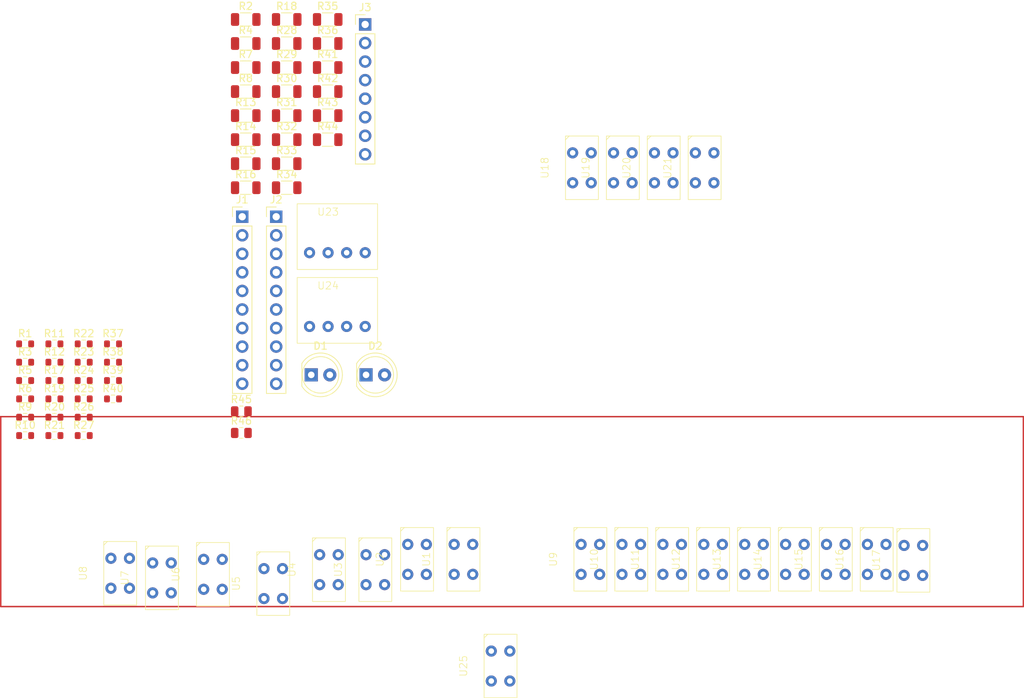
<source format=kicad_pcb>
(kicad_pcb (version 20221018) (generator pcbnew)
  (layers (0 "F.Cu" signal) (31 "B.Cu" signal) (34 "B.Paste" user) (35 "F.Paste" user) (36 "B.SilkS" user "B.Silkscreen") (37 "F.SilkS" user "F.Silkscreen") (38 "B.Mask" user) (39 "F.Mask" user) (44 "Edge.Cuts" user))
  (net 0 "")
  (net 1 "GND")
  (net 2 "Net-(D1-A)")
  (net 3 "Net-(D2-A)")
  (net 4 "photo_L_1")
  (net 5 "photo_L_2")
  (net 6 "photo_L_3")
  (net 7 "photo_L_4")
  (net 8 "photo_L_5")
  (net 9 "photo_L_6")
  (net 10 "photo_L_7")
  (net 11 "photo_L_8")
  (net 12 "photo_L_9")
  (net 13 "photo_LL")
  (net 14 "photo_R_1")
  (net 15 "photo_R_2")
  (net 16 "photo_R_3")
  (net 17 "photo_R_4")
  (net 18 "photo_R_5")
  (net 19 "photo_R_6")
  (net 20 "photo_R_7")
  (net 21 "photo_R_8")
  (net 22 "photo_R_9")
  (net 23 "photo_RR")
  (net 24 "I2C2_SDA")
  (net 25 "I2C2_SCL")
  (net 26 "+3V3")
  (net 27 "photo_center")
  (net 28 "photo_front")
  (net 29 "I2C1_SDA")
  (net 30 "I2C1_SCL")
  (net 31 "Net-(U25-Cathode)")
  (net 32 "Net-(U1-Cathode)")
  (net 33 "Net-(U2-Cathode)")
  (net 34 "Net-(U3-Cathode)")
  (net 35 "Net-(U4-Cathode)")
  (net 36 "Net-(U5-Cathode)")
  (net 37 "Net-(U6-Cathode)")
  (net 38 "Net-(U7-Cathode)")
  (net 39 "Net-(U8-Cathode)")
  (net 40 "Net-(U9-Cathode)")
  (net 41 "Net-(U10-Cathode)")
  (net 42 "Net-(U11-Cathode)")
  (net 43 "Net-(U12-Cathode)")
  (net 44 "Net-(U13-Cathode)")
  (net 45 "Net-(U14-Cathode)")
  (net 46 "Net-(U15-Cathode)")
  (net 47 "Net-(U16-Cathode)")
  (net 48 "Net-(U17-Cathode)")
  (net 49 "Net-(U18-Cathode)")
  (net 50 "Net-(U19-Cathode)")
  (net 51 "Net-(U20-Cathode)")
  (net 52 "Net-(U21-Cathode)")
  (footprint "Akiduki:LBR127HLD" (layer "F.Cu") (at 149.92 106.535 90)
    (fp_text reference "U16" (at 0 -5.08 90 unlocked) (layer "F.SilkS") (effects (font (thickness 0.1))))
    (fp_text value "~")
    (pad "1" thru_hole circle (at 2.05 -1.27 90) (size 1.524 1.524) (drill 0.762) (layers "*.Cu" "*.Mask") (net 26 "+3V3"))
    (pad "2" thru_hole circle (at 2.05 1.27 90) (size 1.524 1.524) (drill 0.762) (layers "*.Cu" "*.Mask") (net 47 "Net-(U16-Cathode)"))
    (pad "3" thru_hole circle (at -2.05 -1.27 90) (size 1.524 1.524) (drill 0.762) (layers "*.Cu" "*.Mask") (net 1 "GND"))
    (pad "4" thru_hole circle (at -2.05 1.27 90) (size 1.524 1.524) (drill 0.762) (layers "*.Cu" "*.Mask") (net 21 "photo_R_8"))
  )
  (footprint "Resistor_SMD:R_1206_3216Metric" (layer "F.Cu") (at 63.54 45.79)
    (fp_text reference "R13" (at 0 -1.82) (layer "F.SilkS"))
    (fp_text value "1k")
    (pad "1" smd roundrect (at -1.4625 0) (size 1.125 1.75) (layers "F.Cu" "F.Paste" "F.Mask") (roundrect_rratio 0.222222) (net 26 "+3V3"))
    (pad "2" smd roundrect (at 1.4625 0) (size 1.125 1.75) (layers "F.Cu" "F.Paste" "F.Mask") (roundrect_rratio 0.222222) (net 8 "photo_L_5"))
  )
  (footprint "Resistor_SMD:R_0603_1608Metric" (layer "F.Cu") (at 41.36 77.04)
    (fp_text reference "R22" (at 0 -1.43) (layer "F.SilkS"))
    (fp_text value "105")
    (pad "1" smd roundrect (at -0.825 0) (size 0.8 0.95) (layers "F.Cu" "F.Paste" "F.Mask") (net 43 "Net-(U12-Cathode)"))
    (pad "2" smd roundrect (at 0.825 0) (size 0.8 0.95) (layers "F.Cu" "F.Paste" "F.Mask") (net 1 "GND"))
  )
  (footprint "Akiduki:LBR127HLD" (layer "F.Cu") (at 154.94 106.68 90)
    (fp_text reference "U17" (at 0 -5.08 90 unlocked) (layer "F.SilkS") (effects (font (thickness 0.1))))
    (fp_text value "~")
    (pad "1" thru_hole circle (at 2.05 -1.27 90) (size 1.524 1.524) (drill 0.762) (layers "*.Cu" "*.Mask") (net 26 "+3V3"))
    (pad "2" thru_hole circle (at 2.05 1.27 90) (size 1.524 1.524) (drill 0.762) (layers "*.Cu" "*.Mask") (net 48 "Net-(U17-Cathode)"))
    (pad "3" thru_hole circle (at -2.05 -1.27 90) (size 1.524 1.524) (drill 0.762) (layers "*.Cu" "*.Mask") (net 1 "GND"))
    (pad "4" thru_hole circle (at -2.05 1.27 90) (size 1.524 1.524) (drill 0.762) (layers "*.Cu" "*.Mask") (net 22 "photo_R_9"))
  )
  (footprint "LED_THT:LED_D5.0mm" (layer "F.Cu") (at 80.01 81.28)
    (fp_text reference "D2" (at 1.27 -3.96) (layer "F.SilkS"))
    (fp_text value "LED")
    (pad "1" thru_hole rect (at 0 0) (size 1.8 1.8) (drill 0.9) (layers "*.Cu" "*.Mask") (net 1 "GND"))
    (pad "2" thru_hole circle (at 2.54 0) (size 1.8 1.8) (drill 0.9) (layers "*.Cu" "*.Mask") (net 3 "Net-(D2-A)"))
  )
  (footprint "Resistor_SMD:R_0805_2012Metric" (layer "F.Cu") (at 62.94 86.28)
    (fp_text reference "R45" (at 0 -1.65) (layer "F.SilkS"))
    (fp_text value "100")
    (pad "1" smd roundrect (at -0.9125 0) (size 1.025 1.4) (layers "F.Cu" "F.Paste" "F.Mask") (roundrect_rratio 0.243902) (net 26 "+3V3"))
    (pad "2" smd roundrect (at 0.9125 0) (size 1.025 1.4) (layers "F.Cu" "F.Paste" "F.Mask") (roundrect_rratio 0.243902) (net 2 "Net-(D1-A)"))
  )
  (footprint "Connector_PinHeader_2.54mm:PinHeader_1x10_P2.54mm_Vertical" (layer "F.Cu") (at 67.71 59.63)
    (fp_text reference "J2" (at 0 -2.33) (layer "F.SilkS"))
    (fp_text value "Conn_01x10")
    (pad "1" thru_hole rect (at 0 0) (size 1.7 1.7) (drill 1) (layers "*.Cu" "*.Mask") (net 14 "photo_R_1"))
    (pad "2" thru_hole oval (at 0 2.54) (size 1.7 1.7) (drill 1) (layers "*.Cu" "*.Mask") (net 15 "photo_R_2"))
    (pad "3" thru_hole oval (at 0 5.08) (size 1.7 1.7) (drill 1) (layers "*.Cu" "*.Mask") (net 16 "photo_R_3"))
    (pad "4" thru_hole oval (at 0 7.62) (size 1.7 1.7) (drill 1) (layers "*.Cu" "*.Mask") (net 17 "photo_R_4"))
    (pad "5" thru_hole oval (at 0 10.16) (size 1.7 1.7) (drill 1) (layers "*.Cu" "*.Mask") (net 18 "photo_R_5"))
    (pad "6" thru_hole oval (at 0 12.7) (size 1.7 1.7) (drill 1) (layers "*.Cu" "*.Mask") (net 19 "photo_R_6"))
    (pad "7" thru_hole oval (at 0 15.24) (size 1.7 1.7) (drill 1) (layers "*.Cu" "*.Mask") (net 20 "photo_R_7"))
    (pad "8" thru_hole oval (at 0 17.78) (size 1.7 1.7) (drill 1) (layers "*.Cu" "*.Mask") (net 21 "photo_R_8"))
    (pad "9" thru_hole oval (at 0 20.32) (size 1.7 1.7) (drill 1) (layers "*.Cu" "*.Mask") (net 22 "photo_R_9"))
    (pad "10" thru_hole oval (at 0 22.86) (size 1.7 1.7) (drill 1) (layers "*.Cu" "*.Mask") (net 23 "photo_RR"))
  )
  (footprint "Akiduki:LBR127HLD" (layer "F.Cu") (at 93.345 106.535 90)
    (fp_text reference "U1" (at 0 -5.08 90 unlocked) (layer "F.SilkS") (effects (font (thickness 0.1))))
    (fp_text value "~")
    (pad "1" thru_hole circle (at 2.05 -1.27 90) (size 1.524 1.524) (drill 0.762) (layers "*.Cu" "*.Mask") (net 26 "+3V3"))
    (pad "2" thru_hole circle (at 2.05 1.27 90) (size 1.524 1.524) (drill 0.762) (layers "*.Cu" "*.Mask") (net 32 "Net-(U1-Cathode)"))
    (pad "3" thru_hole circle (at -2.05 -1.27 90) (size 1.524 1.524) (drill 0.762) (layers "*.Cu" "*.Mask") (net 1 "GND"))
    (pad "4" thru_hole circle (at -2.05 1.27 90) (size 1.524 1.524) (drill 0.762) (layers "*.Cu" "*.Mask") (net 5 "photo_L_2"))
  )
  (footprint "Resistor_SMD:R_1206_3216Metric" (layer "F.Cu") (at 63.54 42.5)
    (fp_text reference "R8" (at 0 -1.82) (layer "F.SilkS"))
    (fp_text value "1k")
    (pad "1" smd roundrect (at -1.4625 0) (size 1.125 1.75) (layers "F.Cu" "F.Paste" "F.Mask") (roundrect_rratio 0.222222) (net 26 "+3V3"))
    (pad "2" smd roundrect (at 1.4625 0) (size 1.125 1.75) (layers "F.Cu" "F.Paste" "F.Mask") (roundrect_rratio 0.222222) (net 7 "photo_L_4"))
  )
  (footprint "Resistor_SMD:R_1206_3216Metric" (layer "F.Cu") (at 63.54 52.37)
    (fp_text reference "R15" (at 0 -1.82) (layer "F.SilkS"))
    (fp_text value "1k")
    (pad "1" smd roundrect (at -1.4625 0) (size 1.125 1.75) (layers "F.Cu" "F.Paste" "F.Mask") (roundrect_rratio 0.222222) (net 26 "+3V3"))
    (pad "2" smd roundrect (at 1.4625 0) (size 1.125 1.75) (layers "F.Cu" "F.Paste" "F.Mask") (roundrect_rratio 0.222222) (net 10 "photo_L_7"))
  )
  (footprint "Akiduki:LBR127HLD" (layer "F.Cu") (at 115.165 52.935 90)
    (fp_text reference "U19" (at 0 -5.08 90 unlocked) (layer "F.SilkS") (effects (font (thickness 0.1))))
    (fp_text value "~")
    (pad "1" thru_hole circle (at 2.05 -1.27 90) (size 1.524 1.524) (drill 0.762) (layers "*.Cu" "*.Mask") (net 26 "+3V3"))
    (pad "2" thru_hole circle (at 2.05 1.27 90) (size 1.524 1.524) (drill 0.762) (layers "*.Cu" "*.Mask") (net 50 "Net-(U19-Cathode)"))
    (pad "3" thru_hole circle (at -2.05 -1.27 90) (size 1.524 1.524) (drill 0.762) (layers "*.Cu" "*.Mask") (net 1 "GND"))
    (pad "4" thru_hole circle (at -2.05 1.27 90) (size 1.524 1.524) (drill 0.762) (layers "*.Cu" "*.Mask") (net 28 "photo_front"))
  )
  (footprint "Resistor_SMD:R_1206_3216Metric" (layer "F.Cu") (at 63.54 39.21)
    (fp_text reference "R7" (at 0 -1.82) (layer "F.SilkS"))
    (fp_text value "1k")
    (pad "1" smd roundrect (at -1.4625 0) (size 1.125 1.75) (layers "F.Cu" "F.Paste" "F.Mask") (roundrect_rratio 0.222222) (net 26 "+3V3"))
    (pad "2" smd roundrect (at 1.4625 0) (size 1.125 1.75) (layers "F.Cu" "F.Paste" "F.Mask") (roundrect_rratio 0.222222) (net 6 "photo_L_3"))
  )
  (footprint "Akiduki:LBR127HLD" (layer "F.Cu") (at 46.355 108.44 90)
    (fp_text reference "U8" (at 0 -5.08 90 unlocked) (layer "F.SilkS") (effects (font (thickness 0.1))))
    (fp_text value "~")
    (pad "1" thru_hole circle (at 2.05 -1.27 90) (size 1.524 1.524) (drill 0.762) (layers "*.Cu" "*.Mask") (net 26 "+3V3"))
    (pad "2" thru_hole circle (at 2.05 1.27 90) (size 1.524 1.524) (drill 0.762) (layers "*.Cu" "*.Mask") (net 39 "Net-(U8-Cathode)"))
    (pad "3" thru_hole circle (at -2.05 -1.27 90) (size 1.524 1.524) (drill 0.762) (layers "*.Cu" "*.Mask") (net 1 "GND"))
    (pad "4" thru_hole circle (at -2.05 1.27 90) (size 1.524 1.524) (drill 0.762) (layers "*.Cu" "*.Mask") (net 12 "photo_L_9"))
  )
  (footprint "Resistor_SMD:R_1206_3216Metric" (layer "F.Cu") (at 69.15 52.37)
    (fp_text reference "R33" (at 0 -1.82) (layer "F.SilkS"))
    (fp_text value "1k")
    (pad "1" smd roundrect (at -1.4625 0) (size 1.125 1.75) (layers "F.Cu" "F.Paste" "F.Mask") (roundrect_rratio 0.222222) (net 26 "+3V3"))
    (pad "2" smd roundrect (at 1.4625 0) (size 1.125 1.75) (layers "F.Cu" "F.Paste" "F.Mask") (roundrect_rratio 0.222222) (net 19 "photo_R_6"))
  )
  (footprint "Resistor_SMD:R_1206_3216Metric" (layer "F.Cu") (at 74.76 42.5)
    (fp_text reference "R42" (at 0 -1.82) (layer "F.SilkS"))
    (fp_text value "1k")
    (pad "1" smd roundrect (at -1.4625 0) (size 1.125 1.75) (layers "F.Cu" "F.Paste" "F.Mask") (roundrect_rratio 0.222222) (net 26 "+3V3"))
    (pad "2" smd roundrect (at 1.4625 0) (size 1.125 1.75) (layers "F.Cu" "F.Paste" "F.Mask") (roundrect_rratio 0.222222) (net 28 "photo_front"))
  )
  (footprint "Connector_PinHeader_2.54mm:PinHeader_1x08_P2.54mm_Vertical" (layer "F.Cu") (at 79.89 33.31)
    (fp_text reference "J3" (at 0 -2.33) (layer "F.SilkS"))
    (fp_text value "Conn_01x08")
    (pad "1" thru_hole rect (at 0 0) (size 1.7 1.7) (drill 1) (layers "*.Cu" "*.Mask") (net 24 "I2C2_SDA"))
    (pad "2" thru_hole oval (at 0 2.54) (size 1.7 1.7) (drill 1) (layers "*.Cu" "*.Mask") (net 25 "I2C2_SCL"))
    (pad "3" thru_hole oval (at 0 5.08) (size 1.7 1.7) (drill 1) (layers "*.Cu" "*.Mask") (net 26 "+3V3"))
    (pad "4" thru_hole oval (at 0 7.62) (size 1.7 1.7) (drill 1) (layers "*.Cu" "*.Mask") (net 27 "photo_center"))
    (pad "5" thru_hole oval (at 0 10.16) (size 1.7 1.7) (drill 1) (layers "*.Cu" "*.Mask") (net 28 "photo_front"))
    (pad "6" thru_hole oval (at 0 12.7) (size 1.7 1.7) (drill 1) (layers "*.Cu" "*.Mask") (net 1 "GND"))
    (pad "7" thru_hole oval (at 0 15.24) (size 1.7 1.7) (drill 1) (layers "*.Cu" "*.Mask") (net 29 "I2C1_SDA"))
    (pad "8" thru_hole oval (at 0 17.78) (size 1.7 1.7) (drill 1) (layers "*.Cu" "*.Mask") (net 30 "I2C1_SCL"))
  )
  (footprint "Resistor_SMD:R_1206_3216Metric" (layer "F.Cu") (at 69.15 42.5)
    (fp_text reference "R30" (at 0 -1.82) (layer "F.SilkS"))
    (fp_text value "1k")
    (pad "1" smd roundrect (at -1.4625 0) (size 1.125 1.75) (layers "F.Cu" "F.Paste" "F.Mask") (roundrect_rratio 0.222222) (net 26 "+3V3"))
    (pad "2" smd roundrect (at 1.4625 0) (size 1.125 1.75) (layers "F.Cu" "F.Paste" "F.Mask") (roundrect_rratio 0.222222) (net 16 "photo_R_3"))
  )
  (footprint "Resistor_SMD:R_0603_1608Metric" (layer "F.Cu") (at 33.34 77.04)
    (fp_text reference "R1" (at 0 -1.43) (layer "F.SilkS"))
    (fp_text value "105")
    (pad "1" smd roundrect (at -0.825 0) (size 0.8 0.95) (layers "F.Cu" "F.Paste" "F.Mask") (net 31 "Net-(U25-Cathode)"))
    (pad "2" smd roundrect (at 0.825 0) (size 0.8 0.95) (layers "F.Cu" "F.Paste" "F.Mask") (net 1 "GND"))
  )
  (footprint "Akiduki:LBR127HLD" (layer "F.Cu") (at 74.93 107.95 90)
    (fp_text reference "U4" (at 0 -5.08 90 unlocked) (layer "F.SilkS") (effects (font (thickness 0.1))))
    (fp_text value "~")
    (pad "1" thru_hole circle (at 2.05 -1.27 90) (size 1.524 1.524) (drill 0.762) (layers "*.Cu" "*.Mask") (net 26 "+3V3"))
    (pad "2" thru_hole circle (at 2.05 1.27 90) (size 1.524 1.524) (drill 0.762) (layers "*.Cu" "*.Mask") (net 35 "Net-(U4-Cathode)"))
    (pad "3" thru_hole circle (at -2.05 -1.27 90) (size 1.524 1.524) (drill 0.762) (layers "*.Cu" "*.Mask") (net 1 "GND"))
    (pad "4" thru_hole circle (at -2.05 1.27 90) (size 1.524 1.524) (drill 0.762) (layers "*.Cu" "*.Mask") (net 8 "photo_L_5"))
  )
  (footprint "Resistor_SMD:R_1206_3216Metric" (layer "F.Cu") (at 74.76 39.21)
    (fp_text reference "R41" (at 0 -1.82) (layer "F.SilkS"))
    (fp_text value "1k")
    (pad "1" smd roundrect (at -1.4625 0) (size 1.125 1.75) (layers "F.Cu" "F.Paste" "F.Mask") (roundrect_rratio 0.222222) (net 26 "+3V3"))
    (pad "2" smd roundrect (at 1.4625 0) (size 1.125 1.75) (layers "F.Cu" "F.Paste" "F.Mask") (roundrect_rratio 0.222222) (net 27 "photo_center"))
  )
  (footprint "S11059:S11059" (layer "F.Cu") (at 76.085 64.555)
    (fp_text reference "U23" (at -1.27 -5.58 unlocked) (layer "F.SilkS") (effects (font (thickness 0.1))))
    (fp_text value "~")
    (pad "1" thru_hole circle (at -3.81 0) (size 1.524 1.524) (drill 0.762) (layers "*.Cu" "*.Mask") (net 26 "+3V3"))
    (pad "2" thru_hole circle (at -1.27 0) (size 1.524 1.524) (drill 0.762) (layers "*.Cu" "*.Mask") (net 29 "I2C1_SDA"))
    (pad "3" thru_hole circle (at 1.27 0) (size 1.524 1.524) (drill 0.762) (layers "*.Cu" "*.Mask") (net 30 "I2C1_SCL"))
    (pad "4" thru_hole circle (at 3.81 0) (size 1.524 1.524) (drill 0.762) (layers "*.Cu" "*.Mask") (net 1 "GND"))
  )
  (footprint "Akiduki:LBR127HLD" (layer "F.Cu") (at 109.565 52.935 90)
    (fp_text reference "U18" (at 0 -5.08 90 unlocked) (layer "F.SilkS") (effects (font (thickness 0.1))))
    (fp_text value "~")
    (pad "1" thru_hole circle (at 2.05 -1.27 90) (size 1.524 1.524) (drill 0.762) (layers "*.Cu" "*.Mask") (net 26 "+3V3"))
    (pad "2" thru_hole circle (at 2.05 1.27 90) (size 1.524 1.524) (drill 0.762) (layers "*.Cu" "*.Mask") (net 49 "Net-(U18-Cathode)"))
    (pad "3" thru_hole circle (at -2.05 -1.27 90) (size 1.524 1.524) (drill 0.762) (layers "*.Cu" "*.Mask") (net 1 "GND"))
    (pad "4" thru_hole circle (at -2.05 1.27 90) (size 1.524 1.524) (drill 0.762) (layers "*.Cu" "*.Mask") (net 27 "photo_center"))
  )
  (footprint "Resistor_SMD:R_1206_3216Metric" (layer "F.Cu") (at 69.15 55.66)
    (fp_text reference "R34" (at 0 -1.82) (layer "F.SilkS"))
    (fp_text value "1k")
    (pad "1" smd roundrect (at -1.4625 0) (size 1.125 1.75) (layers "F.Cu" "F.Paste" "F.Mask") (roundrect_rratio 0.222222) (net 26 "+3V3"))
    (pad "2" smd roundrect (at 1.4625 0) (size 1.125 1.75) (layers "F.Cu" "F.Paste" "F.Mask") (roundrect_rratio 0.222222) (net 20 "photo_R_7"))
  )
  (footprint "Resistor_SMD:R_0603_1608Metric" (layer "F.Cu") (at 33.34 89.59)
    (fp_text reference "R10" (at 0 -1.43) (layer "F.SilkS"))
    (fp_text value "105")
    (pad "1" smd roundrect (at -0.825 0) (size 0.8 0.95) (layers "F.Cu" "F.Paste" "F.Mask") (net 36 "Net-(U5-Cathode)"))
    (pad "2" smd roundrect (at 0.825 0) (size 0.8 0.95) (layers "F.Cu" "F.Paste" "F.Mask") (net 1 "GND"))
  )
  (footprint "Resistor_SMD:R_0603_1608Metric" (layer "F.Cu") (at 45.37 79.55)
    (fp_text reference "R38" (at 0 -1.43) (layer "F.SilkS"))
    (fp_text value "105")
    (pad "1" smd roundrect (at -0.825 0) (size 0.8 0.95) (layers "F.Cu" "F.Paste" "F.Mask") (net 50 "Net-(U19-Cathode)"))
    (pad "2" smd roundrect (at 0.825 0) (size 0.8 0.95) (layers "F.Cu" "F.Paste" "F.Mask") (net 1 "GND"))
  )
  (footprint "Resistor_SMD:R_0603_1608Metric" (layer "F.Cu") (at 41.36 79.55)
    (fp_text reference "R23" (at 0 -1.43) (layer "F.SilkS"))
    (fp_text value "105")
    (pad "1" smd roundrect (at -0.825 0) (size 0.8 0.95) (layers "F.Cu" "F.Paste" "F.Mask") (net 44 "Net-(U13-Cathode)"))
    (pad "2" smd roundrect (at 0.825 0) (size 0.8 0.95) (layers "F.Cu" "F.Paste" "F.Mask") (net 1 "GND"))
  )
  (footprint "Resistor_SMD:R_1206_3216Metric" (layer "F.Cu") (at 69.15 35.92)
    (fp_text reference "R28" (at 0 -1.82) (layer "F.SilkS"))
    (fp_text value "1k")
    (pad "1" smd roundrect (at -1.4625 0) (size 1.125 1.75) (layers "F.Cu" "F.Paste" "F.Mask") (roundrect_rratio 0.222222) (net 26 "+3V3"))
    (pad "2" smd roundrect (at 1.4625 0) (size 1.125 1.75) (layers "F.Cu" "F.Paste" "F.Mask") (roundrect_rratio 0.222222) (net 14 "photo_R_1"))
  )
  (footprint "Akiduki:LBR127HLD" (layer "F.Cu") (at 144.32 106.535 90)
    (fp_text reference "U15" (at 0 -5.08 90 unlocked) (layer "F.SilkS") (effects (font (thickness 0.1))))
    (fp_text value "~")
    (pad "1" thru_hole circle (at 2.05 -1.27 90) (size 1.524 1.524) (drill 0.762) (layers "*.Cu" "*.Mask") (net 26 "+3V3"))
    (pad "2" thru_hole circle (at 2.05 1.27 90) (size 1.524 1.524) (drill 0.762) (layers "*.Cu" "*.Mask") (net 46 "Net-(U15-Cathode)"))
    (pad "3" thru_hole circle (at -2.05 -1.27 90) (size 1.524 1.524) (drill 0.762) (layers "*.Cu" "*.Mask") (net 1 "GND"))
    (pad "4" thru_hole circle (at -2.05 1.27 90) (size 1.524 1.524) (drill 0.762) (layers "*.Cu" "*.Mask") (net 20 "photo_R_7"))
  )
  (footprint "Resistor_SMD:R_0603_1608Metric" (layer "F.Cu") (at 37.35 77.04)
    (fp_text reference "R11" (at 0 -1.43) (layer "F.SilkS"))
    (fp_text value "105")
    (pad "1" smd roundrect (at -0.825 0) (size 0.8 0.95) (layers "F.Cu" "F.Paste" "F.Mask") (net 37 "Net-(U6-Cathode)"))
    (pad "2" smd roundrect (at 0.825 0) (size 0.8 0.95) (layers "F.Cu" "F.Paste" "F.Mask") (net 1 "GND"))
  )
  (footprint "Resistor_SMD:R_1206_3216Metric" (layer "F.Cu") (at 63.54 32.63)
    (fp_text reference "R2" (at 0 -1.82) (layer "F.SilkS"))
    (fp_text value "1k")
    (pad "1" smd roundrect (at -1.4625 0) (size 1.125 1.75) (layers "F.Cu" "F.Paste" "F.Mask") (roundrect_rratio 0.222222) (net 26 "+3V3"))
    (pad "2" smd roundrect (at 1.4625 0) (size 1.125 1.75) (layers "F.Cu" "F.Paste" "F.Mask") (roundrect_rratio 0.222222) (net 4 "photo_L_1"))
  )
  (footprint "Resistor_SMD:R_1206_3216Metric" (layer "F.Cu") (at 74.76 45.79)
    (fp_text reference "R43" (at 0 -1.82) (layer "F.SilkS"))
    (fp_text value "1k")
    (pad "1" smd roundrect (at -1.4625 0) (size 1.125 1.75) (layers "F.Cu" "F.Paste" "F.Mask") (roundrect_rratio 0.222222) (net 26 "+3V3"))
    (pad "2" smd roundrect (at 1.4625 0) (size 1.125 1.75) (layers "F.Cu" "F.Paste" "F.Mask") (roundrect_rratio 0.222222) (net 13 "photo_LL"))
  )
  (footprint "Resistor_SMD:R_1206_3216Metric" (layer "F.Cu") (at 63.54 55.66)
    (fp_text reference "R16" (at 0 -1.82) (layer "F.SilkS"))
    (fp_text value "1k")
    (pad "1" smd roundrect (at -1.4625 0) (size 1.125 1.75) (layers "F.Cu" "F.Paste" "F.Mask") (roundrect_rratio 0.222222) (net 26 "+3V3"))
    (pad "2" smd roundrect (at 1.4625 0) (size 1.125 1.75) (layers "F.Cu" "F.Paste" "F.Mask") (roundrect_rratio 0.222222) (net 11 "photo_L_8"))
  )
  (footprint "LED_THT:LED_D5.0mm" (layer "F.Cu") (at 72.51 81.28)
    (fp_text reference "D1" (at 1.27 -3.96) (layer "F.SilkS"))
    (fp_text value "LED")
    (pad "1" thru_hole rect (at 0 0) (size 1.8 1.8) (drill 0.9) (layers "*.Cu" "*.Mask") (net 1 "GND"))
    (pad "2" thru_hole circle (at 2.54 0) (size 1.8 1.8) (drill 0.9) (layers "*.Cu" "*.Mask") (net 2 "Net-(D1-A)"))
  )
  (footprint "S11059:S11059" (layer "F.Cu") (at 76.085 74.655)
    (fp_text reference "U24" (at -1.27 -5.58 unlocked) (layer "F.SilkS") (effects (font (thickness 0.1))))
    (fp_text value "~")
    (pad "1" thru_hole circle (at -3.81 0) (size 1.524 1.524) (drill 0.762) (layers "*.Cu" "*.Mask") (net 26 "+3V3"))
    (pad "2" thru_hole circle (at -1.27 0) (size 1.524 1.524) (drill 0.762) (layers "*.Cu" "*.Mask") (net 24 "I2C2_SDA"))
    (pad "3" thru_hole circle (at 1.27 0) (size 1.524 1.524) (drill 0.762) (layers "*.Cu" "*.Mask") (net 25 "I2C2_SCL"))
    (pad "4" thru_hole circle (at 3.81 0) (size 1.524 1.524) (drill 0.762) (layers "*.Cu" "*.Mask") (net 1 "GND"))
  )
  (footprint "Akiduki:LBR127HLD" (layer "F.Cu") (at 86.995 106.535 90)
    (fp_text reference "U2" (at 0 -5.08 90 unlocked) (layer "F.SilkS") (effects (font (thickness 0.1))))
    (fp_text value "~")
    (pad "1" thru_hole circle (at 2.05 -1.27 90) (size 1.524 1.524) (drill 0.762) (layers "*.Cu" "*.Mask") (net 26 "+3V3"))
    (pad "2" thru_hole circle (at 2.05 1.27 90) (size 1.524 1.524) (drill 0.762) (layers "*.Cu" "*.Mask") (net 33 "Net-(U2-Cathode)"))
    (pad "3" thru_hole circle (at -2.05 -1.27 90) (size 1.524 1.524) (drill 0.762) (layers "*.Cu" "*.Mask") (net 1 "GND"))
    (pad "4" thru_hole circle (at -2.05 1.27 90) (size 1.524 1.524) (drill 0.762) (layers "*.Cu" "*.Mask") (net 6 "photo_L_3"))
  )
  (footprint "Resistor_SMD:R_0603_1608Metric" (layer "F.Cu") (at 41.36 84.57)
    (fp_text reference "R25" (at 0 -1.43) (layer "F.SilkS"))
    (fp_text value "105")
    (pad "1" smd roundrect (at -0.825 0) (size 0.8 0.95) (layers "F.Cu" "F.Paste" "F.Mask") (net 46 "Net-(U15-Cathode)"))
    (pad "2" smd roundrect (at 0.825 0) (size 0.8 0.95) (layers "F.Cu" "F.Paste" "F.Mask") (net 1 "GND"))
  )
  (footprint "Resistor_SMD:R_0603_1608Metric" (layer "F.Cu") (at 37.35 82.06)
    (fp_text reference "R17" (at 0 -1.43) (layer "F.SilkS"))
    (fp_text value "105")
    (pad "1" smd roundrect (at -0.825 0) (size 0.8 0.95) (layers "F.Cu" "F.Paste" "F.Mask") (net 39 "Net-(U8-Cathode)"))
    (pad "2" smd roundrect (at 0.825 0) (size 0.8 0.95) (layers "F.Cu" "F.Paste" "F.Mask") (net 1 "GND"))
  )
  (footprint "Akiduki:LBR127HLD" (layer "F.Cu") (at 126.365 52.935 90)
    (fp_text reference "U21" (at 0 -5.08 90 unlocked) (layer "F.SilkS") (effects (font (thickness 0.1))))
    (fp_text value "~")
    (pad "1" thru_hole circle (at 2.05 -1.27 90) (size 1.524 1.524) (drill 0.762) (layers "*.Cu" "*.Mask") (net 26 "+3V3"))
    (pad "2" thru_hole circle (at 2.05 1.27 90) (size 1.524 1.524) (drill 0.762) (layers "*.Cu" "*.Mask") (net 52 "Net-(U21-Cathode)"))
    (pad "3" thru_hole circle (at -2.05 -1.27 90) (size 1.524 1.524) (drill 0.762) (layers "*.Cu" "*.Mask") (net 1 "GND"))
    (pad "4" thru_hole circle (at -2.05 1.27 90) (size 1.524 1.524) (drill 0.762) (layers "*.Cu" "*.Mask") (net 23 "photo_RR"))
  )
  (footprint "Akiduki:LBR127HLD" (layer "F.Cu") (at 116.32 106.535 90)
    (fp_text reference "U10" (at 0 -5.08 90 unlocked) (layer "F.SilkS") (effects (font (thickness 0.1))))
    (fp_text value "~")
    (pad "1" thru_hole circle (at 2.05 -1.27 90) (size 1.524 1.524) (drill 0.762) (layers "*.Cu" "*.Mask") (net 26 "+3V3"))
    (pad "2" thru_hole circle (at 2.05 1.27 90) (size 1.524 1.524) (drill 0.762) (layers "*.Cu" "*.Mask") (net 41 "Net-(U10-Cathode)"))
    (pad "3" thru_hole circle (at -2.05 -1.27 90) (size 1.524 1.524) (drill 0.762) (layers "*.Cu" "*.Mask") (net 1 "GND"))
    (pad "4" thru_hole circle (at -2.05 1.27 90) (size 1.524 1.524) (drill 0.762) (layers "*.Cu" "*.Mask") (net 15 "photo_R_2"))
  )
  (footprint "Resistor_SMD:R_0603_1608Metric" (layer "F.Cu") (at 33.34 84.57)
    (fp_text reference "R6" (at 0 -1.43) (layer "F.SilkS"))
    (fp_text value "105")
    (pad "1" smd roundrect (at -0.825 0) (size 0.8 0.95) (layers "F.Cu" "F.Paste" "F.Mask") (net 34 "Net-(U3-Cathode)"))
    (pad "2" smd roundrect (at 0.825 0) (size 0.8 0.95) (layers "F.Cu" "F.Paste" "F.Mask") (net 1 "GND"))
  )
  (footprint "Akiduki:LBR127HLD" (layer "F.Cu") (at 98.425 121.14 90)
    (fp_text reference "U25" (at 0 -5.08 90 unlocked) (layer "F.SilkS") (effects (font (thickness 0.1))))
    (fp_text value "~")
    (pad "1" thru_hole circle (at 2.05 -1.27 90) (size 1.524 1.524) (drill 0.762) (layers "*.Cu" "*.Mask") (net 26 "+3V3"))
    (pad "2" thru_hole circle (at 2.05 1.27 90) (size 1.524 1.524) (drill 0.762) (layers "*.Cu" "*.Mask") (net 31 "Net-(U25-Cathode)"))
    (pad "3" thru_hole circle (at -2.05 -1.27 90) (size 1.524 1.524) (drill 0.762) (layers "*.Cu" "*.Mask") (net 1 "GND"))
    (pad "4" thru_hole circle (at -2.05 1.27 90) (size 1.524 1.524) (drill 0.762) (layers "*.Cu" "*.Mask") (net 4 "photo_L_1"))
  )
  (footprint "Akiduki:LBR127HLD" (layer "F.Cu") (at 81.28 107.95 90)
    (fp_text reference "U3" (at 0 -5.08 90 unlocked) (layer "F.SilkS") (effects (font (thickness 0.1))))
    (fp_text value "~")
    (pad "1" thru_hole circle (at 2.05 -1.27 90) (size 1.524 1.524) (drill 0.762) (layers "*.Cu" "*.Mask") (net 26 "+3V3"))
    (pad "2" thru_hole circle (at 2.05 1.27 90) (size 1.524 1.524) (drill 0.762) (layers "*.Cu" "*.Mask") (net 34 "Net-(U3-Cathode)"))
    (pad "3" thru_hole circle (at -2.05 -1.27 90) (size 1.524 1.524) (drill 0.762) (layers "*.Cu" "*.Mask") (net 1 "GND"))
    (pad "4" thru_hole circle (at -2.05 1.27 90) (size 1.524 1.524) (drill 0.762) (layers "*.Cu" "*.Mask") (net 7 "photo_L_4"))
  )
  (footprint "Resistor_SMD:R_1206_3216Metric" (layer "F.Cu") (at 74.76 49.08)
    (fp_text reference "R44" (at 0 -1.82) (layer "F.SilkS"))
    (fp_text value "1k")
    (pad "1" smd roundrect (at -1.4625 0) (size 1.125 1.75) (layers "F.Cu" "F.Paste" "F.Mask") (roundrect_rratio 0.222222) (net 26 "+3V3"))
    (pad "2" smd roundrect (at 1.4625 0) (size 1.125 1.75) (layers "F.Cu" "F.Paste" "F.Mask") (roundrect_rratio 0.222222) (net 23 "photo_RR"))
  )
  (footprint "Resistor_SMD:R_0603_1608Metric" (layer "F.Cu") (at 45.37 77.04)
    (fp_text reference "R37" (at 0 -1.43) (layer "F.SilkS"))
    (fp_text value "105")
    (pad "1" smd roundrect (at -0.825 0) (size 0.8 0.95) (layers "F.Cu" "F.Paste" "F.Mask") (net 49 "Net-(U18-Cathode)"))
    (pad "2" smd roundrect (at 0.825 0) (size 0.8 0.95) (layers "F.Cu" "F.Paste" "F.Mask") (net 1 "GND"))
  )
  (footprint "Akiduki:LBR127HLD" (layer "F.Cu") (at 133.12 106.535 90)
    (fp_text reference "U13" (at 0 -5.08 90 unlocked) (layer "F.SilkS") (effects (font (thickness 0.1))))
    (fp_text value "~")
    (pad "1" thru_hole circle (at 2.05 -1.27 90) (size 1.524 1.524) (drill 0.762) (layers "*.Cu" "*.Mask") (net 26 "+3V3"))
    (pad "2" thru_hole circle (at 2.05 1.27 90) (size 1.524 1.524) (drill 0.762) (layers "*.Cu" "*.Mask") (net 44 "Net-(U13-Cathode)"))
    (pad "3" thru_hole circle (at -2.05 -1.27 90) (size 1.524 1.524) (drill 0.762) (layers "*.Cu" "*.Mask") (net 1 "GND"))
    (pad "4" thru_hole circle (at -2.05 1.27 90) (size 1.524 1.524) (drill 0.762) (layers "*.Cu" "*.Mask") (net 18 "photo_R_5"))
  )
  (footprint "Resistor_SMD:R_1206_3216Metric" (layer "F.Cu") (at 74.76 32.63)
    (fp_text reference "R35" (at 0 -1.82) (layer "F.SilkS"))
    (fp_text value "1k")
    (pad "1" smd roundrect (at -1.4625 0) (size 1.125 1.75) (layers "F.Cu" "F.Paste" "F.Mask") (roundrect_rratio 0.222222) (net 26 "+3V3"))
    (pad "2" smd roundrect (at 1.4625 0) (size 1.125 1.75) (layers "F.Cu" "F.Paste" "F.Mask") (roundrect_rratio 0.222222) (net 21 "photo_R_8"))
  )
  (footprint "Akiduki:LBR127HLD" (layer "F.Cu") (at 120.765 52.935 90)
    (fp_text reference "U20" (at 0 -5.08 90 unlocked) (layer "F.SilkS") (effects (font (thickness 0.1))))
    (fp_text value "~")
    (pad "1" thru_hole circle (at 2.05 -1.27 90) (size 1.524 1.524) (drill 0.762) (layers "*.Cu" "*.Mask") (net 26 "+3V3"))
    (pad "2" thru_hole circle (at 2.05 1.27 90) (size 1.524 1.524) (drill 0.762) (layers "*.Cu" "*.Mask") (net 51 "Net-(U20-Cathode)"))
    (pad "3" thru_hole circle (at -2.05 -1.27 90) (size 1.524 1.524) (drill 0.762) (layers "*.Cu" "*.Mask") (net 1 "GND"))
    (pad "4" thru_hole circle (at -2.05 1.27 90) (size 1.524 1.524) (drill 0.762) (layers "*.Cu" "*.Mask") (net 13 "photo_LL"))
  )
  (footprint "Resistor_SMD:R_0603_1608Metric" (layer "F.Cu") (at 37.35 87.08)
    (fp_text reference "R20" (at 0 -1.43) (layer "F.SilkS"))
    (fp_text value "105")
    (pad "1" smd roundrect (at -0.825 0) (size 0.8 0.95) (layers "F.Cu" "F.Paste" "F.Mask") (net 41 "Net-(U10-Cathode)"))
    (pad "2" smd roundrect (at 0.825 0) (size 0.8 0.95) (layers "F.Cu" "F.Paste" "F.Mask") (net 1 "GND"))
  )
  (footprint "Akiduki:LBR127HLD" (layer "F.Cu") (at 110.72 106.535 90)
    (fp_text reference "U9" (at 0 -5.08 90 unlocked) (layer "F.SilkS") (effects (font (thickness 0.1))))
    (fp_text value "~")
    (pad "1" thru_hole circle (at 2.05 -1.27 90) (size 1.524 1.524) (drill 0.762) (layers "*.Cu" "*.Mask") (net 26 "+3V3"))
    (pad "2" thru_hole circle (at 2.05 1.27 90) (size 1.524 1.524) (drill 0.762) (layers "*.Cu" "*.Mask") (net 40 "Net-(U9-Cathode)"))
    (pad "3" thru_hole circle (at -2.05 -1.27 90) (size 1.524 1.524) (drill 0.762) (layers "*.Cu" "*.Mask") (net 1 "GND"))
    (pad "4" thru_hole circle (at -2.05 1.27 90) (size 1.524 1.524) (drill 0.762) (layers "*.Cu" "*.Mask") (net 14 "photo_R_1"))
  )
  (footprint "Akiduki:LBR127HLD" (layer "F.Cu") (at 59.055 108.585 90)
    (fp_text reference "U6" (at 0 -5.08 90 unlocked) (layer "F.SilkS") (effects (font (thickness 0.1))))
    (fp_text value "~")
    (pad "1" thru_hole circle (at 2.05 -1.27 90) (size 1.524 1.524) (drill 0.762) (layers "*.Cu" "*.Mask") (net 26 "+3V3"))
    (pad "2" thru_hole circle (at 2.05 1.27 90) (size 1.524 1.524) (drill 0.762) (layers "*.Cu" "*.Mask") (net 37 "Net-(U6-Cathode)"))
    (pad "3" thru_hole circle (at -2.05 -1.27 90) (size 1.524 1.524) (drill 0.762) (layers "*.Cu" "*.Mask") (net 1 "GND"))
    (pad "4" thru_hole circle (at -2.05 1.27 90) (size 1.524 1.524) (drill 0.762) (layers "*.Cu" "*.Mask") (net 10 "photo_L_7"))
  )
  (footprint "Akiduki:LBR127HLD" (layer "F.Cu") (at 127.52 106.535 90)
    (fp_text reference "U12" (at 0 -5.08 90 unlocked) (layer "F.SilkS") (effects (font (thickness 0.1))))
    (fp_text value "~")
    (pad "1" thru_hole circle (at 2.05 -1.27 90) (size 1.524 1.524) (drill 0.762) (layers "*.Cu" "*.Mask") (net 26 "+3V3"))
    (pad "2" thru_hole circle (at 2.05 1.27 90) (size 1.524 1.524) (drill 0.762) (layers "*.Cu" "*.Mask") (net 43 "Net-(U12-Cathode)"))
    (pad "3" thru_hole circle (at -2.05 -1.27 90) (size 1.524 1.524) (drill 0.762) (layers "*.Cu" "*.Mask") (net 1 "GND"))
    (pad "4" thru_hole circle (at -2.05 1.27 90) (size 1.524 1.524) (drill 0.762) (layers "*.Cu" "*.Mask") (net 17 "photo_R_4"))
  )
  (footprint "Resistor_SMD:R_0603_1608Metric" (layer "F.Cu") (at 41.36 82.06)
    (fp_text reference "R24" (at 0 -1.43) (layer "F.SilkS"))
    (fp_text value "105")
    (pad "1" smd roundrect (at -0.825 0) (size 0.8 0.95) (layers "F.Cu" "F.Paste" "F.Mask") (net 45 "Net-(U14-Cathode)"))
    (pad "2" smd roundrect (at 0.825 0) (size 0.8 0.95) (layers "F.Cu" "F.Paste" "F.Mask") (net 1 "GND"))
  )
  (footprint "Resistor_SMD:R_0805_2012Metric" (layer "F.Cu") (at 62.94 89.23)
    (fp_text reference "R46" (at 0 -1.65) (layer "F.SilkS"))
    (fp_text value "100")
    (pad "1" smd roundrect (at -0.9125 0) (size 1.025 1.4) (layers "F.Cu" "F.Paste" "F.Mask") (roundrect_rratio 0.243902) (net 26 "+3V3"))
    (pad "2" smd roundrect (at 0.9125 0) (size 1.025 1.4) (layers "F.Cu" "F.Paste" "F.Mask") (roundrect_rratio 0.243902) (net 3 "Net-(D2-A)"))
  )
  (footprint "Resistor_SMD:R_0603_1608Metric" (layer "F.Cu") (at 33.34 82.06)
    (fp_text reference "R5" (at 0 -1.43) (layer "F.SilkS"))
    (fp_text value "105")
    (pad "1" smd roundrect (at -0.825 0) (size 0.8 0.95) (layers "F.Cu" "F.Paste" "F.Mask") (net 33 "Net-(U2-Cathode)"))
    (pad "2" smd roundrect (at 0.825 0) (size 0.8 0.95) (layers "F.Cu" "F.Paste" "F.Mask") (net 1 "GND"))
  )
  (footprint "Akiduki:LBR127HLD" (layer "F.Cu") (at 138.72 106.535 90)
    (fp_text reference "U14" (at 0 -5.08 90 unlocked) (layer "F.SilkS") (effects (font (thickness 0.1))))
    (fp_text value "~")
    (pad "1" thru_hole circle (at 2.05 -1.27 90) (size 1.524 1.524) (drill 0.762) (layers "*.Cu" "*.Mask") (net 26 "+3V3"))
    (pad "2" thru_hole circle (at 2.05 1.27 90) (size 1.524 1.524) (drill 0.762) (layers "*.Cu" "*.Mask") (net 45 "Net-(U14-Cathode)"))
    (pad "3" thru_hole circle (at -2.05 -1.27 90) (size 1.524 1.524) (drill 0.762) (layers "*.Cu" "*.Mask") (net 1 "GND"))
    (pad "4" thru_hole circle (at -2.05 1.27 90) (size 1.524 1.524) (drill 0.762) (layers "*.Cu" "*.Mask") (net 19 "photo_R_6"))
  )
  (footprint "Resistor_SMD:R_0603_1608Metric" (layer "F.Cu") (at 45.37 82.06)
    (fp_text reference "R39" (at 0 -1.43) (layer "F.SilkS"))
    (fp_text value "105")
    (pad "1" smd roundrect (at -0.825 0) (size 0.8 0.95) (layers "F.Cu" "F.Paste" "F.Mask") (net 51 "Net-(U20-Cathode)"))
    (pad "2" smd roundrect (at 0.825 0) (size 0.8 0.95) (layers "F.Cu" "F.Paste" "F.Mask") (net 1 "GND"))
  )
  (footprint "Resistor_SMD:R_1206_3216Metric" (layer "F.Cu") (at 69.15 45.79)
    (fp_text reference "R31" (at 0 -1.82) (layer "F.SilkS"))
    (fp_text value "1k")
    (pad "1" smd roundrect (at -1.4625 0) (size 1.125 1.75) (layers "F.Cu" "F.Paste" "F.Mask") (roundrect_rratio 0.222222) (net 26 "+3V3"))
    (pad "2" smd roundrect (at 1.4625 0) (size 1.125 1.75) (layers "F.Cu" "F.Paste" "F.Mask") (roundrect_rratio 0.222222) (net 17 "photo_R_4"))
  )
  (footprint "Resistor_SMD:R_1206_3216Metric" (layer "F.Cu") (at 74.76 35.92)
    (fp_text reference "R36" (at 0 -1.82) (layer "F.SilkS"))
    (fp_text value "1k")
    (pad "1" smd roundrect (at -1.4625 0) (size 1.125 1.75) (layers "F.Cu" "F.Paste" "F.Mask") (roundrect_rratio 0.222222) (net 26 "+3V3"))
    (pad "2" smd roundrect (at 1.4625 0) (size 1.125 1.75) (layers "F.Cu" "F.Paste" "F.Mask") (roundrect_rratio 0.222222) (net 22 "photo_R_9"))
  )
  (footprint "Resistor_SMD:R_0603_1608Metric" (layer "F.Cu") (at 41.36 87.08)
    (fp_text reference "R26" (at 0 -1.43) (layer "F.SilkS"))
    (fp_text value "105")
    (pad "1" smd roundrect (at -0.825 0) (size 0.8 0.95) (layers "F.Cu" "F.Paste" "F.Mask") (net 47 "Net-(U16-Cathode)"))
    (pad "2" smd roundrect (at 0.825 0) (size 0.8 0.95) (layers "F.Cu" "F.Paste" "F.Mask") (net 1 "GND"))
  )
  (footprint "Resistor_SMD:R_0603_1608Metric" (layer "F.Cu") (at 41.36 89.59)
    (fp_text reference "R27" (at 0 -1.43) (layer "F.SilkS"))
    (fp_text value "105")
    (pad "1" smd roundrect (at -0.825 0) (size 0.8 0.95) (layers "F.Cu" "F.Paste" "F.Mask") (net 48 "Net-(U17-Cathode)"))
    (pad "2" smd roundrect (at 0.825 0) (size 0.8 0.95) (layers "F.Cu" "F.Paste" "F.Mask") (net 1 "GND"))
  )
  (footprint "Resistor_SMD:R_1206_3216Metric" (layer "F.Cu") (at 69.15 49.08)
    (fp_text reference "R32" (at 0 -1.82) (layer "F.SilkS"))
    (fp_text value "1k")
    (pad "1" smd roundrect (at -1.4625 0) (size 1.125 1.75) (layers "F.Cu" "F.Paste" "F.Mask") (roundrect_rratio 0.222222) (net 26 "+3V3"))
    (pad "2" smd roundrect (at 1.4625 0) (size 1.125 1.75) (layers "F.Cu" "F.Paste" "F.Mask") (roundrect_rratio 0.222222) (net 18 "photo_R_5"))
  )
  (footprint "Resistor_SMD:R_0603_1608Metric" (layer "F.Cu") (at 37.35 84.57)
    (fp_text reference "R19" (at 0 -1.43) (layer "F.SilkS"))
    (fp_text value "105")
    (pad "1" smd roundrect (at -0.825 0) (size 0.8 0.95) (layers "F.Cu" "F.Paste" "F.Mask") (net 40 "Net-(U9-Cathode)"))
    (pad "2" smd roundrect (at 0.825 0) (size 0.8 0.95) (layers "F.Cu" "F.Paste" "F.Mask") (net 1 "GND"))
  )
  (footprint "Resistor_SMD:R_1206_3216Metric" (layer "F.Cu") (at 63.54 49.08)
    (fp_text reference "R14" (at 0 -1.82) (layer "F.SilkS"))
    (fp_text value "1k")
    (pad "1" smd roundrect (at -1.4625 0) (size 1.125 1.75) (layers "F.Cu" "F.Paste" "F.Mask") (roundrect_rratio 0.222222) (net 26 "+3V3"))
    (pad "2" smd roundrect (at 1.4625 0) (size 1.125 1.75) (layers "F.Cu" "F.Paste" "F.Mask") (roundrect_rratio 0.222222) (net 9 "photo_L_6"))
  )
  (footprint "Resistor_SMD:R_0603_1608Metric" (layer "F.Cu") (at 37.35 89.59)
    (fp_text reference "R21" (at 0 -1.43) (layer "F.SilkS"))
    (fp_text value "105")
    (pad "1" smd roundrect (at -0.825 0) (size 0.8 0.95) (layers "F.Cu" "F.Paste" "F.Mask") (net 42 "Net-(U11-Cathode)"))
    (pad "2" smd roundrect (at 0.825 0) (size 0.8 0.95) (layers "F.Cu" "F.Paste" "F.Mask") (net 1 "GND"))
  )
  (footprint "Connector_PinHeader_2.54mm:PinHeader_1x10_P2.54mm_Vertical" (layer "F.Cu") (at 63.06 59.63)
    (fp_text reference "J1" (at 0 -2.33) (layer "F.SilkS"))
    (fp_text value "Conn_01x10")
    (pad "1" thru_hole rect (at 0 0) (size 1.7 1.7) (drill 1) (layers "*.Cu" "*.Mask") (net 4 "photo_L_1"))
    (pad "2" thru_hole oval (at 0 2.54) (size 1.7 1.7) (drill 1) (layers "*.Cu" "*.Mask") (net 5 "photo_L_2"))
    (pad "3" thru_hole oval (at 0 5.08) (size 1.7 1.7) (drill 1) (layers "*.Cu" "*.Mask") (net 6 "photo_L_3"))
    (pad "4" thru_hole oval (at 0 7.62) (size 1.7 1.7) (drill 1) (layers "*.Cu" "*.Mask") (net 7 "photo_L_4"))
    (pad "5" thru_hole oval (at 0 10.16) (size 1.7 1.7) (drill 1) (layers "*.Cu" "*.Mask") (net 8 "photo_L_5"))
    (pad "6" thru_hole oval (at 0 12.7) (size 1.7 1.7) (drill 1) (layers "*.Cu" "*.Mask") (net 9 "photo_L_6"))
    (pad "7" thru_hole oval (at 0 15.24) (size 1.7 1.7) (drill 1) (layers "*.Cu" "*.Mask") (net 10 "photo_L_7"))
    (pad "8" thru_hole oval (at 0 17.78) (size 1.7 1.7) (drill 1) (layers "*.Cu" "*.Mask") (net 11 "photo_L_8"))
    (pad "9" thru_hole oval (at 0 20.32) (size 1.7 1.7) (drill 1) (layers "*.Cu" "*.Mask") (net 12 "photo_L_9"))
    (pad "10" thru_hole oval (at 0 22.86) (size 1.7 1.7) (drill 1) (layers "*.Cu" "*.Mask") (net 13 "photo_LL"))
  )
  (footprint "Resistor_SMD:R_0603_1608Metric" (layer "F.Cu") (at 45.37 84.57)
    (fp_text reference "R40" (at 0 -1.43) (layer "F.SilkS"))
    (fp_text value "105")
    (pad "1" smd roundrect (at -0.825 0) (size 0.8 0.95) (layers "F.Cu" "F.Paste" "F.Mask") (net 52 "Net-(U21-Cathode)"))
    (pad "2" smd roundrect (at 0.825 0) (size 0.8 0.95) (layers "F.Cu" "F.Paste" "F.Mask") (net 1 "GND"))
  )
  (footprint "Resistor_SMD:R_0603_1608Metric" (layer "F.Cu") (at 33.34 87.08)
    (fp_text reference "R9" (at 0 -1.43) (layer "F.SilkS"))
    (fp_text value "105")
    (pad "1" smd roundrect (at -0.825 0) (size 0.8 0.95) (layers "F.Cu" "F.Paste" "F.Mask") (net 35 "Net-(U4-Cathode)"))
    (pad "2" smd roundrect (at 0.825 0) (size 0.8 0.95) (layers "F.Cu" "F.Paste" "F.Mask") (net 1 "GND"))
  )
  (footprint "Akiduki:LBR127HLD" (layer "F.Cu") (at 121.92 106.535 90)
    (fp_text reference "U11" (at 0 -5.08 90 unlocked) (layer "F.SilkS") (effects (font (thickness 0.1))))
    (fp_text value "~")
    (pad "1" thru_hole circle (at 2.05 -1.27 90) (size 1.524 1.524) (drill 0.762) (layers "*.Cu" "*.Mask") (net 26 "+3V3"))
    (pad "2" thru_hole circle (at 2.05 1.27 90) (size 1.524 1.524) (drill 0.762) (layers "*.Cu" "*.Mask") (net 42 "Net-(U11-Cathode)"))
    (pad "3" thru_hole circle (at -2.05 -1.27 90) (size 1.524 1.524) (drill 0.762) (layers "*.Cu" "*.Mask") (net 1 "GND"))
    (pad "4" thru_hole circle (at -2.05 1.27 90) (size 1.524 1.524) (drill 0.762) (layers "*.Cu" "*.Mask") (net 16 "photo_R_3"))
  )
  (footprint "Resistor_SMD:R_1206_3216Metric" (layer "F.Cu") (at 63.54 35.92)
    (fp_text reference "R4" (at 0 -1.82) (layer "F.SilkS"))
    (fp_text value "1k")
    (pad "1" smd roundrect (at -1.4625 0) (size 1.125 1.75) (layers "F.Cu" "F.Paste" "F.Mask") (roundrect_rratio 0.222222) (net 26 "+3V3"))
    (pad "2" smd roundrect (at 1.4625 0) (size 1.125 1.75) (layers "F.Cu" "F.Paste" "F.Mask") (roundrect_rratio 0.222222) (net 5 "photo_L_2"))
  )
  (footprint "Resistor_SMD:R_1206_3216Metric" (layer "F.Cu") (at 69.15 32.63)
    (fp_text reference "R18" (at 0 -1.82) (layer "F.SilkS"))
    (fp_text value "1k")
    (pad "1" smd roundrect (at -1.4625 0) (size 1.125 1.75) (layers "F.Cu" "F.Paste" "F.Mask") (roundrect_rratio 0.222222) (net 26 "+3V3"))
    (pad "2" smd roundrect (at 1.4625 0) (size 1.125 1.75) (layers "F.Cu" "F.Paste" "F.Mask") (roundrect_rratio 0.222222) (net 12 "photo_L_9"))
  )
  (footprint "Resistor_SMD:R_0603_1608Metric" (layer "F.Cu") (at 33.34 79.55)
    (fp_text reference "R3" (at 0 -1.43) (layer "F.SilkS"))
    (fp_text value "105")
    (pad "1" smd roundrect (at -0.825 0) (size 0.8 0.95) (layers "F.Cu" "F.Paste" "F.Mask") (net 32 "Net-(U1-Cathode)"))
    (pad "2" smd roundrect (at 0.825 0) (size 0.8 0.95) (layers "F.Cu" "F.Paste" "F.Mask") (net 1 "GND"))
  )
  (footprint "Resistor_SMD:R_1206_3216Metric" (layer "F.Cu") (at 69.15 39.21)
    (fp_text reference "R29" (at 0 -1.82) (layer "F.SilkS"))
    (fp_text value "1k")
    (pad "1" smd roundrect (at -1.4625 0) (size 1.125 1.75) (layers "F.Cu" "F.Paste" "F.Mask") (roundrect_rratio 0.222222) (net 26 "+3V3"))
    (pad "2" smd roundrect (at 1.4625 0) (size 1.125 1.75) (layers "F.Cu" "F.Paste" "F.Mask") (roundrect_rratio 0.222222) (net 15 "photo_R_2"))
  )
  (footprint "Akiduki:LBR127HLD" (layer "F.Cu") (at 67.31 109.855 90)
    (fp_text reference "U5" (at 0 -5.08 90 unlocked) (layer "F.SilkS") (effects (font (thickness 0.1))))
    (fp_text value "~")
    (pad "1" thru_hole circle (at 2.05 -1.27 90) (size 1.524 1.524) (drill 0.762) (layers "*.Cu" "*.Mask") (net 26 "+3V3"))
    (pad "2" thru_hole circle (at 2.05 1.27 90) (size 1.524 1.524) (drill 0.762) (layers "*.Cu" "*.Mask") (net 36 "Net-(U5-Cathode)"))
    (pad "3" thru_hole circle (at -2.05 -1.27 90) (size 1.524 1.524) (drill 0.762) (layers "*.Cu" "*.Mask") (net 1 "GND"))
    (pad "4" thru_hole circle (at -2.05 1.27 90) (size 1.524 1.524) (drill 0.762) (layers "*.Cu" "*.Mask") (net 9 "photo_L_6"))
  )
  (footprint "Akiduki:LBR127HLD" (layer "F.Cu") (at 52.07 109.075 90)
    (fp_text reference "U7" (at 0 -5.08 90 unlocked) (layer "F.SilkS") (effects (font (thickness 0.1))))
    (fp_text value "~")
    (pad "1" thru_hole circle (at 2.05 -1.27 90) (size 1.524 1.524) (drill 0.762) (layers "*.Cu" "*.Mask") (net 26 "+3V3"))
    (pad "2" thru_hole circle (at 2.05 1.27 90) (size 1.524 1.524) (drill 0.762) (layers "*.Cu" "*.Mask") (net 38 "Net-(U7-Cathode)"))
    (pad "3" thru_hole circle (at -2.05 -1.27 90) (size 1.524 1.524) (drill 0.762) (layers "*.Cu" "*.Mask") (net 1 "GND"))
    (pad "4" thru_hole circle (at -2.05 1.27 90) (size 1.524 1.524) (drill 0.762) (layers "*.Cu" "*.Mask") (net 11 "photo_L_8"))
  )
  (footprint "Resistor_SMD:R_0603_1608Metric" (layer "F.Cu") (at 37.35 79.55)
    (fp_text reference "R12" (at 0 -1.43) (layer "F.SilkS"))
    (fp_text value "105")
    (pad "1" smd roundrect (at -0.825 0) (size 0.8 0.95) (layers "F.Cu" "F.Paste" "F.Mask") (net 38 "Net-(U7-Cathode)"))
    (pad "2" smd roundrect (at 0.825 0) (size 0.8 0.95) (layers "F.Cu" "F.Paste" "F.Mask") (net 1 "GND"))
  )
  (gr_rect (start 30 87) (end 170 113) (stroke (width 0.2)) (fill none) (layer "F.Cu"))
)
</source>
